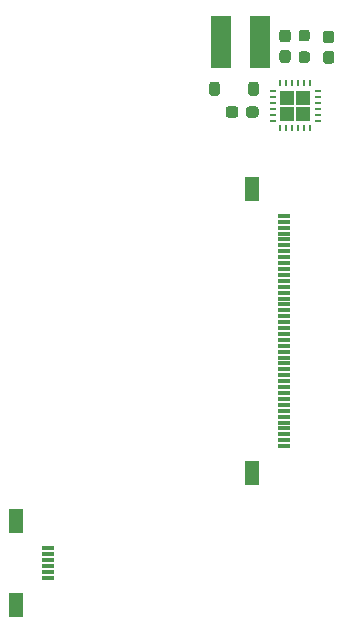
<source format=gtp>
G04 #@! TF.GenerationSoftware,KiCad,Pcbnew,9.0.1+1*
G04 #@! TF.CreationDate,2025-11-11T14:39:45+00:00*
G04 #@! TF.ProjectId,lcd-panel,6c63642d-7061-46e6-956c-2e6b69636164,rev?*
G04 #@! TF.SameCoordinates,Original*
G04 #@! TF.FileFunction,Paste,Top*
G04 #@! TF.FilePolarity,Positive*
%FSLAX46Y46*%
G04 Gerber Fmt 4.6, Leading zero omitted, Abs format (unit mm)*
G04 Created by KiCad (PCBNEW 9.0.1+1) date 2025-11-11 14:39:45*
%MOMM*%
%LPD*%
G01*
G04 APERTURE LIST*
%ADD10C,0.000000*%
%ADD11R,1.800000X4.500000*%
%ADD12R,0.599999X0.249999*%
%ADD13R,0.249999X0.599999*%
%ADD14R,1.000000X0.300000*%
%ADD15R,1.300000X2.000000*%
G04 APERTURE END LIST*
D10*
G36*
X118430002Y-76720001D02*
G01*
X117282001Y-76720001D01*
X117282001Y-75572000D01*
X118430002Y-75572000D01*
X118430002Y-76720001D01*
G37*
G36*
X118430002Y-78068000D02*
G01*
X117282001Y-78068000D01*
X117282001Y-76919998D01*
X118430002Y-76919998D01*
X118430002Y-78068000D01*
G37*
G36*
X119778001Y-76720001D02*
G01*
X118629999Y-76720001D01*
X118629999Y-75572000D01*
X119778001Y-75572000D01*
X119778001Y-76720001D01*
G37*
G36*
X119778001Y-78068000D02*
G01*
X118629999Y-78068000D01*
X118629999Y-76919998D01*
X119778001Y-76919998D01*
X119778001Y-78068000D01*
G37*
G36*
G01*
X111249998Y-75770001D02*
X111249998Y-75020001D01*
G75*
G02*
X111474998Y-74795001I225000J0D01*
G01*
X111924998Y-74795001D01*
G75*
G02*
X112149998Y-75020001I0J-225000D01*
G01*
X112149998Y-75770001D01*
G75*
G02*
X111924998Y-75995001I-225000J0D01*
G01*
X111474998Y-75995001D01*
G75*
G02*
X111249998Y-75770001I0J225000D01*
G01*
G37*
G36*
G01*
X114549998Y-75770001D02*
X114549998Y-75020001D01*
G75*
G02*
X114774998Y-74795001I225000J0D01*
G01*
X115224998Y-74795001D01*
G75*
G02*
X115449998Y-75020001I0J-225000D01*
G01*
X115449998Y-75770001D01*
G75*
G02*
X115224998Y-75995001I-225000J0D01*
G01*
X114774998Y-75995001D01*
G75*
G02*
X114549998Y-75770001I0J225000D01*
G01*
G37*
G36*
G01*
X119062498Y-70395001D02*
X119537498Y-70395001D01*
G75*
G02*
X119774998Y-70632501I0J-237500D01*
G01*
X119774998Y-71132501D01*
G75*
G02*
X119537498Y-71370001I-237500J0D01*
G01*
X119062498Y-71370001D01*
G75*
G02*
X118824998Y-71132501I0J237500D01*
G01*
X118824998Y-70632501D01*
G75*
G02*
X119062498Y-70395001I237500J0D01*
G01*
G37*
G36*
G01*
X119062498Y-72220001D02*
X119537498Y-72220001D01*
G75*
G02*
X119774998Y-72457501I0J-237500D01*
G01*
X119774998Y-72957501D01*
G75*
G02*
X119537498Y-73195001I-237500J0D01*
G01*
X119062498Y-73195001D01*
G75*
G02*
X118824998Y-72957501I0J237500D01*
G01*
X118824998Y-72457501D01*
G75*
G02*
X119062498Y-72220001I237500J0D01*
G01*
G37*
G36*
G01*
X117442498Y-70385001D02*
X117917498Y-70385001D01*
G75*
G02*
X118154998Y-70622501I0J-237500D01*
G01*
X118154998Y-71222501D01*
G75*
G02*
X117917498Y-71460001I-237500J0D01*
G01*
X117442498Y-71460001D01*
G75*
G02*
X117204998Y-71222501I0J237500D01*
G01*
X117204998Y-70622501D01*
G75*
G02*
X117442498Y-70385001I237500J0D01*
G01*
G37*
G36*
G01*
X117442498Y-72110001D02*
X117917498Y-72110001D01*
G75*
G02*
X118154998Y-72347501I0J-237500D01*
G01*
X118154998Y-72947501D01*
G75*
G02*
X117917498Y-73185001I-237500J0D01*
G01*
X117442498Y-73185001D01*
G75*
G02*
X117204998Y-72947501I0J237500D01*
G01*
X117204998Y-72347501D01*
G75*
G02*
X117442498Y-72110001I237500J0D01*
G01*
G37*
D11*
X115539998Y-71385001D03*
X112239998Y-71385001D03*
D12*
X116630001Y-75570001D03*
X116630001Y-76070000D03*
X116630001Y-76570001D03*
X116630001Y-77070001D03*
X116630001Y-77570002D03*
X116630001Y-78070001D03*
D13*
X117280000Y-78720000D03*
X117779999Y-78720000D03*
X118280000Y-78720000D03*
X118779999Y-78720000D03*
X119280001Y-78720000D03*
X119780000Y-78720000D03*
D12*
X120429998Y-78070001D03*
X120429998Y-77570002D03*
X120429998Y-77070001D03*
X120429998Y-76570001D03*
X120429998Y-76070000D03*
X120429998Y-75570001D03*
D13*
X119780000Y-74920002D03*
X119280001Y-74920002D03*
X118779999Y-74920002D03*
X118280000Y-74920002D03*
X117779999Y-74920002D03*
X117280000Y-74920002D03*
D14*
X117600000Y-86139999D03*
X117600000Y-86639998D03*
X117600000Y-87140000D03*
X117600000Y-87639999D03*
X117600000Y-88140000D03*
X117600000Y-88639999D03*
X117600000Y-89139998D03*
X117600000Y-89640000D03*
X117600000Y-90139999D03*
X117600000Y-90639998D03*
X117600000Y-91139999D03*
X117600000Y-91639998D03*
X117600000Y-92140000D03*
X117600000Y-92639999D03*
X117600000Y-93139998D03*
X117600000Y-93639999D03*
X117600000Y-94139998D03*
X117600000Y-94640000D03*
X117600000Y-95139999D03*
X117600000Y-95639998D03*
X117600000Y-96140000D03*
X117600000Y-96639998D03*
X117600000Y-97140000D03*
X117600000Y-97639999D03*
X117600000Y-98139998D03*
X117600000Y-98640000D03*
X117600000Y-99139999D03*
X117600000Y-99640000D03*
X117600000Y-100139999D03*
X117600000Y-100639998D03*
X117600000Y-101140000D03*
X117600000Y-101639999D03*
X117600000Y-102140000D03*
X117600000Y-102639999D03*
X117600000Y-103139998D03*
X117600000Y-103640000D03*
X117600000Y-104139999D03*
X117600000Y-104640000D03*
X117600000Y-105139999D03*
X117600000Y-105639998D03*
D15*
X114900001Y-83840019D03*
X114900001Y-107939981D03*
G36*
G01*
X112649998Y-77592501D02*
X112649998Y-77117501D01*
G75*
G02*
X112887498Y-76880001I237500J0D01*
G01*
X113487498Y-76880001D01*
G75*
G02*
X113724998Y-77117501I0J-237500D01*
G01*
X113724998Y-77592501D01*
G75*
G02*
X113487498Y-77830001I-237500J0D01*
G01*
X112887498Y-77830001D01*
G75*
G02*
X112649998Y-77592501I0J237500D01*
G01*
G37*
G36*
G01*
X114374998Y-77592501D02*
X114374998Y-77117501D01*
G75*
G02*
X114612498Y-76880001I237500J0D01*
G01*
X115212498Y-76880001D01*
G75*
G02*
X115449998Y-77117501I0J-237500D01*
G01*
X115449998Y-77592501D01*
G75*
G02*
X115212498Y-77830001I-237500J0D01*
G01*
X114612498Y-77830001D01*
G75*
G02*
X114374998Y-77592501I0J237500D01*
G01*
G37*
D14*
X97599999Y-114299998D03*
X97599999Y-114799997D03*
X97599999Y-115299998D03*
X97599999Y-115799998D03*
X97599999Y-116299999D03*
X97599999Y-116799998D03*
D15*
X94900000Y-112000000D03*
X94900000Y-119099996D03*
G36*
G01*
X121132500Y-70460000D02*
X121607500Y-70460000D01*
G75*
G02*
X121845000Y-70697500I0J-237500D01*
G01*
X121845000Y-71297500D01*
G75*
G02*
X121607500Y-71535000I-237500J0D01*
G01*
X121132500Y-71535000D01*
G75*
G02*
X120895000Y-71297500I0J237500D01*
G01*
X120895000Y-70697500D01*
G75*
G02*
X121132500Y-70460000I237500J0D01*
G01*
G37*
G36*
G01*
X121132500Y-72185000D02*
X121607500Y-72185000D01*
G75*
G02*
X121845000Y-72422500I0J-237500D01*
G01*
X121845000Y-73022500D01*
G75*
G02*
X121607500Y-73260000I-237500J0D01*
G01*
X121132500Y-73260000D01*
G75*
G02*
X120895000Y-73022500I0J237500D01*
G01*
X120895000Y-72422500D01*
G75*
G02*
X121132500Y-72185000I237500J0D01*
G01*
G37*
M02*

</source>
